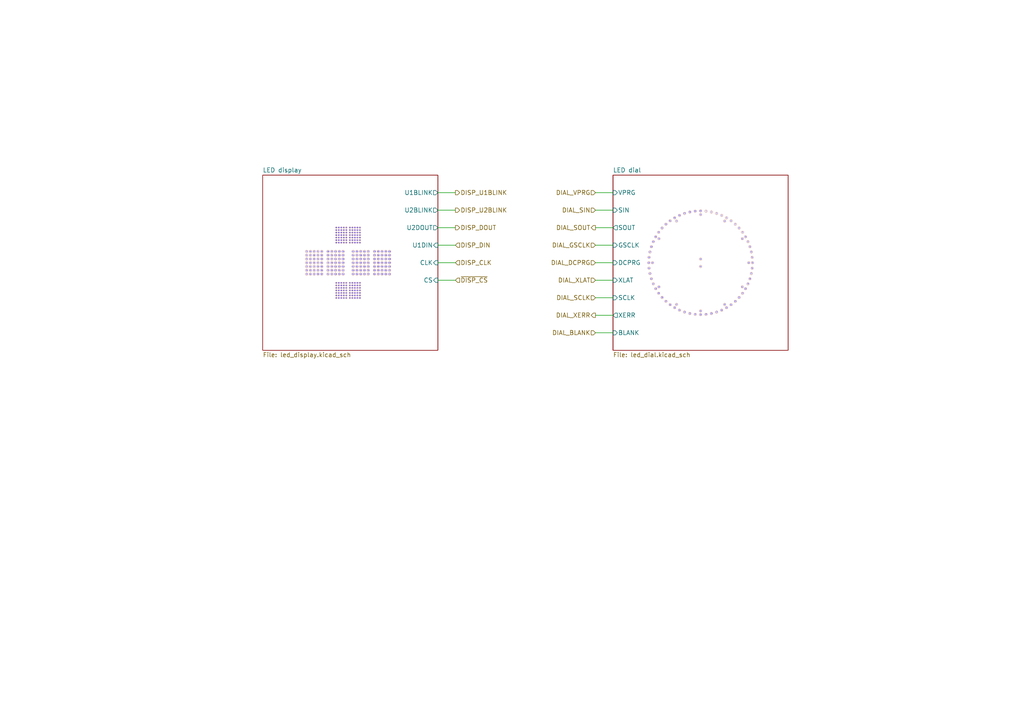
<source format=kicad_sch>
(kicad_sch (version 20250114) (generator "eeschema") (generator_version "9.0")
  (paper "A4")
  (title_block (title "Broadcast Clock") (date "2024-05-06") (rev "v1.0") (company "https://espenandersen.no") (comment 1 "Clock face"))
  (lib_symbols)
  (wire (pts (xy 127 71.12) (xy 132.08 71.12)))
  (wire (pts (xy 177.8 76.2) (xy 172.72 76.2)))
  (wire (pts (xy 177.8 60.96) (xy 172.72 60.96)))
  (wire (pts (xy 177.8 71.12) (xy 172.72 71.12)))
  (wire (pts (xy 127 60.96) (xy 132.08 60.96)))
  (wire (pts (xy 127 76.2) (xy 132.08 76.2)))
  (wire (pts (xy 177.8 66.04) (xy 172.72 66.04)))
  (wire (pts (xy 127 55.88) (xy 132.08 55.88)))
  (wire (pts (xy 127 66.04) (xy 132.08 66.04)))
  (wire (pts (xy 177.8 55.88) (xy 172.72 55.88)))
  (wire (pts (xy 177.8 86.36) (xy 172.72 86.36)))
  (wire (pts (xy 177.8 91.44) (xy 172.72 91.44)))
  (wire (pts (xy 177.8 96.52) (xy 172.72 96.52)))
  (wire (pts (xy 177.8 81.28) (xy 172.72 81.28)))
  (wire (pts (xy 127 81.28) (xy 132.08 81.28)))
  (image (at 203.2 76.2) (scale 0.0696264))
  (image (at 100.965 76.2) (scale 0.070863))
  (hierarchical_label "~{DISP_CS}" (shape input) (at 132.08 81.28 0))
  (hierarchical_label "DISP_CLK" (shape input) (at 132.08 76.2 0))
  (hierarchical_label "DISP_DIN" (shape input) (at 132.08 71.12 0))
  (hierarchical_label "DIAL_SIN" (shape input) (at 172.72 60.96 180))
  (hierarchical_label "DIAL_DCPRG" (shape input) (at 172.72 76.2 180))
  (hierarchical_label "DIAL_BLANK" (shape input) (at 172.72 96.52 180))
  (hierarchical_label "DIAL_SOUT" (shape output) (at 172.72 66.04 180))
  (hierarchical_label "DIAL_XLAT" (shape input) (at 172.72 81.28 180))
  (hierarchical_label "DIAL_VPRG" (shape input) (at 172.72 55.88 180))
  (hierarchical_label "DISP_U2BLINK" (shape output) (at 132.08 60.96 0))
  (hierarchical_label "DIAL_XERR" (shape output) (at 172.72 91.44 180))
  (hierarchical_label "DISP_DOUT" (shape output) (at 132.08 66.04 0))
  (hierarchical_label "DISP_U1BLINK" (shape output) (at 132.08 55.88 0))
  (hierarchical_label "DIAL_GSCLK" (shape input) (at 172.72 71.12 180))
  (hierarchical_label "DIAL_SCLK" (shape input) (at 172.72 86.36 180))
  (sheet (at 76.2 50.8) (size 50.8 50.8) (stroke (width 0.1524))
    (property "Sheetname" "LED display" (at 76.2 50.0884 0) (effects (justify left bottom)))
    (property "Sheetfile" "led_display.kicad_sch" (at 76.2 102.1846 0) (effects (justify left top)))
    (pin "U2BLINK" output (at 127 60.96 0))
    (pin "CS" input (at 127 81.28 0))
    (pin "CLK" input (at 127 76.2 0))
    (pin "U1DIN" input (at 127 71.12 0))
    (pin "U2DOUT" output (at 127 66.04 0))
    (pin "U1BLINK" output (at 127 55.88 0))
  )
  (sheet (at 177.8 50.8) (size 50.8 50.8) (stroke (width 0.1524))
    (property "Sheetname" "LED dial" (at 177.8 50.0884 0) (effects (justify left bottom)))
    (property "Sheetfile" "led_dial.kicad_sch" (at 177.8 102.1846 0) (effects (justify left top)))
    (pin "VPRG" input (at 177.8 55.88 180))
    (pin "SIN" input (at 177.8 60.96 180))
    (pin "SOUT" output (at 177.8 66.04 180))
    (pin "GSCLK" input (at 177.8 71.12 180))
    (pin "DCPRG" input (at 177.8 76.2 180))
    (pin "XLAT" input (at 177.8 81.28 180))
    (pin "SCLK" input (at 177.8 86.36 180))
    (pin "XERR" output (at 177.8 91.44 180))
    (pin "BLANK" input (at 177.8 96.52 180))
  )
)
</source>
